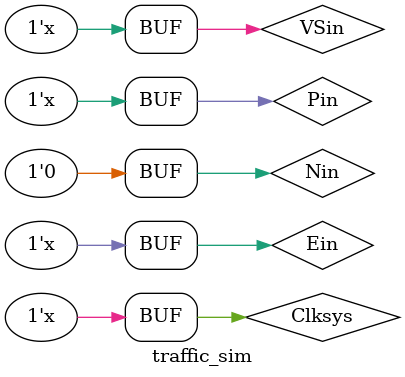
<source format=v>
`timescale 1ns / 1ps


module traffic_sim(

    );
    reg VSin, Pin, Nin, Ein, Clksys; 
    wire MR,MY,MG,SR,SY,SG;
    //TrafficLights(VSin, Pin, Nin, Ein, Clkin, MR, SR, MY, SY, MG, SG);
    TrafficLights  TrafficLights (.VSin(VSin),.Pin(Pin),.Nin(Nin),.Ein(Ein),.Clkin(Clksys),.MR(MR),.SR(SR),.MY(MY),.SY(SY),.MG(MG),.SG(SG));
    initial 
        begin 
            Clksys=0; VSin=0; Pin=0; Nin=0; Ein=0;
        end
    always @(*)
        #10  Clksys <=~Clksys;
    always @(*)
        #8000 Ein<=~Ein;   
    always @(*)
        #3000 VSin<=~VSin;
    always @(*)
        #5000 Pin<=~Pin;

     
endmodule

</source>
